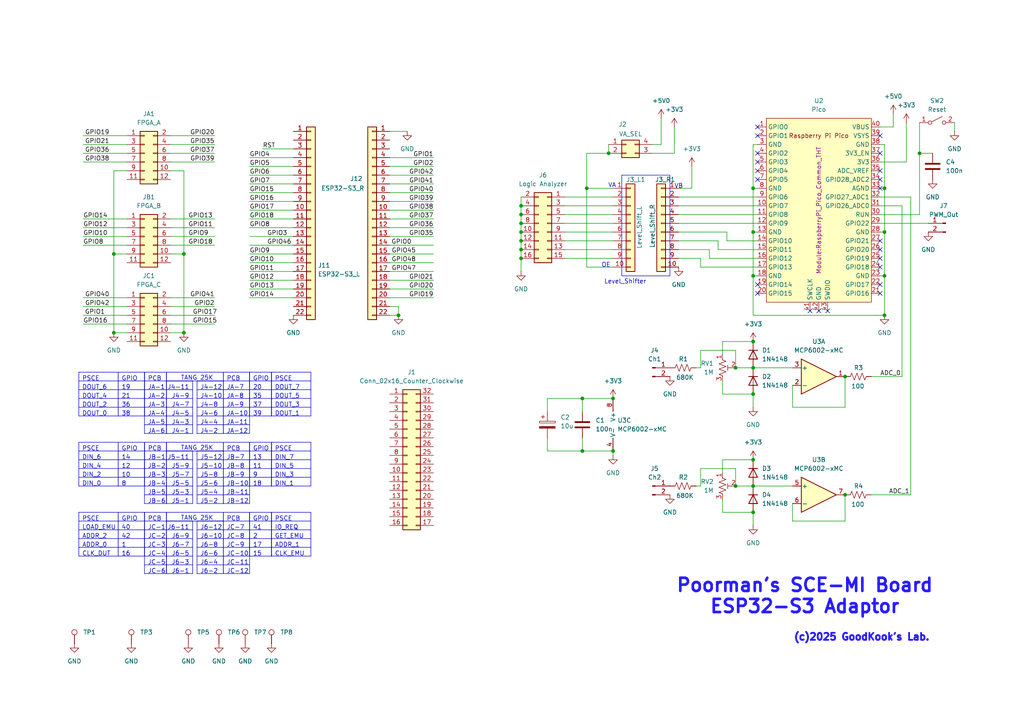
<source format=kicad_sch>
(kicad_sch (version 20250114) (generator "eeschema") (generator_version "9.0")
  (paper "A4")
  (rectangle (start 48.26 107.95) (end 64.77 110.49))
  (rectangle (start 48.26 128.27) (end 64.77 130.81))
  (rectangle (start 180.34 50.8) (end 194.31 80.01))
  (rectangle (start 48.26 148.59) (end 64.77 151.13))
  (text "OE" (at 175.768 76.962 0) (effects (font (size 1.27 1.27))))
  (text "Poorman's SCE-MI Board\nESP32-S3 Adaptor" (at 233.426 172.974 0) (effects (font (size 3.81 3.81) (thickness 0.762) (bold yes))))
  (text "TANG 25K" (at 57.15 109.728 0) (effects (font (size 1.27 1.27))))
  (text "VA" (at 177.546 53.848 0) (effects (font (size 1.27 1.27))))
  (text "TANG 25K" (at 57.15 150.368 0) (effects (font (size 1.27 1.27))))
  (text "VB" (at 196.85 54.102 0) (effects (font (size 1.27 1.27))))
  (text "(c)2025 GoodKook's Lab." (at 249.936 184.912 0) (effects (font (size 2.032 2.032) (thickness 0.762) (bold yes))))
  (text "TANG 25K" (at 57.15 130.048 0) (effects (font (size 1.27 1.27))))
  (text "Level_Shifter" (at 181.356 81.788 0) (effects (font (size 1.27 1.27))))
  (junction (at 266.7 44.45))
  (junction (at 151.13 62.23))
  (junction (at 256.54 54.61))
  (junction (at 33.02 73.66))
  (junction (at 151.13 69.85))
  (junction (at 53.34 73.66))
  (junction (at 218.44 133.35))
  (junction (at 168.91 130.81))
  (junction (at 245.11 143.51))
  (junction (at 33.02 96.52))
  (junction (at 256.54 67.31))
  (junction (at 213.36 140.97))
  (junction (at 218.44 106.68))
  (junction (at 218.44 80.01))
  (junction (at 213.36 106.68))
  (junction (at 177.8 130.81))
  (junction (at 176.53 44.45))
  (junction (at 256.54 91.44))
  (junction (at 218.44 114.3))
  (junction (at 151.13 67.31))
  (junction (at 151.13 72.39))
  (junction (at 218.44 140.97))
  (junction (at 151.13 74.93))
  (junction (at 151.13 59.69))
  (junction (at 151.13 64.77))
  (junction (at 115.57 91.44))
  (junction (at 218.44 148.59))
  (junction (at 218.44 67.31))
  (junction (at 177.8 115.57))
  (junction (at 218.44 99.06))
  (junction (at 170.18 54.61))
  (junction (at 256.54 80.01))
  (junction (at 245.11 109.22))
  (junction (at 168.91 115.57))
  (junction (at 218.44 54.61))
  (junction (at 53.34 96.52))
  (no_connect (at 237.49 90.17))
  (no_connect (at 219.71 39.37))
  (no_connect (at 255.27 69.85))
  (no_connect (at 255.27 39.37))
  (no_connect (at 255.27 74.93))
  (no_connect (at 255.27 49.53))
  (no_connect (at 219.71 82.55))
  (no_connect (at 219.71 36.83))
  (no_connect (at 255.27 54.61))
  (no_connect (at 255.27 82.55))
  (no_connect (at 219.71 44.45))
  (no_connect (at 255.27 72.39))
  (no_connect (at 255.27 52.07))
  (no_connect (at 240.03 90.17))
  (no_connect (at 219.71 52.07))
  (no_connect (at 255.27 77.47))
  (no_connect (at 255.27 85.09))
  (no_connect (at 219.71 46.99))
  (no_connect (at 255.27 44.45))
  (no_connect (at 234.95 90.17))
  (no_connect (at 219.71 85.09))
  (no_connect (at 219.71 49.53))
  (wire (pts (xy 205.74 74.93) (xy 219.71 74.93)))
  (wire (pts (xy 196.85 74.93) (xy 203.2 74.93)))
  (wire (pts (xy 191.77 34.29) (xy 191.77 41.91)))
  (wire (pts (xy 72.39 45.72) (xy 85.09 45.72)))
  (wire (pts (xy 229.87 118.11) (xy 245.11 118.11)))
  (wire (pts (xy 255.27 64.77) (xy 269.24 64.77)))
  (wire (pts (xy 255.27 62.23) (xy 266.7 62.23)))
  (wire (pts (xy 177.8 77.47) (xy 170.18 77.47)))
  (wire (pts (xy 252.73 143.51) (xy 264.16 143.51)))
  (wire (pts (xy 72.39 53.34) (xy 85.09 53.34)))
  (wire (pts (xy 245.11 118.11) (xy 245.11 109.22)))
  (wire (pts (xy 209.55 114.3) (xy 218.44 114.3)))
  (wire (pts (xy 213.36 101.6) (xy 213.36 106.68)))
  (wire (pts (xy 218.44 80.01) (xy 218.44 91.44)))
  (wire (pts (xy 218.44 133.35) (xy 209.55 133.35)))
  (wire (pts (xy 36.83 49.53) (xy 33.02 49.53)))
  (wire (pts (xy 158.75 130.81) (xy 168.91 130.81)))
  (wire (pts (xy 72.39 55.88) (xy 85.09 55.88)))
  (wire (pts (xy 195.58 36.83) (xy 195.58 44.45)))
  (wire (pts (xy 62.23 66.04) (xy 49.53 66.04)))
  (wire (pts (xy 151.13 59.69) (xy 151.13 62.23)))
  (wire (pts (xy 196.85 69.85) (xy 208.28 69.85)))
  (wire (pts (xy 196.85 54.61) (xy 200.66 54.61)))
  (wire (pts (xy 210.82 67.31) (xy 210.82 69.85)))
  (wire (pts (xy 151.13 67.31) (xy 151.13 69.85)))
  (wire (pts (xy 218.44 54.61) (xy 218.44 67.31)))
  (wire (pts (xy 201.93 106.68) (xy 203.2 106.68)))
  (wire (pts (xy 203.2 74.93) (xy 203.2 77.47)))
  (wire (pts (xy 72.39 73.66) (xy 85.09 73.66)))
  (wire (pts (xy 49.53 73.66) (xy 53.34 73.66)))
  (wire (pts (xy 196.85 62.23) (xy 219.71 62.23)))
  (wire (pts (xy 163.83 64.77) (xy 177.8 64.77)))
  (wire (pts (xy 76.2 43.18) (xy 85.09 43.18)))
  (wire (pts (xy 62.23 93.98) (xy 49.53 93.98)))
  (wire (pts (xy 189.23 41.91) (xy 191.77 41.91)))
  (wire (pts (xy 218.44 67.31) (xy 219.71 67.31)))
  (wire (pts (xy 72.39 58.42) (xy 85.09 58.42)))
  (wire (pts (xy 256.54 80.01) (xy 256.54 67.31)))
  (wire (pts (xy 163.83 74.93) (xy 177.8 74.93)))
  (wire (pts (xy 203.2 106.68) (xy 203.2 101.6)))
  (wire (pts (xy 72.39 81.28) (xy 85.09 81.28)))
  (wire (pts (xy 203.2 140.97) (xy 203.2 135.89)))
  (wire (pts (xy 24.13 68.58) (xy 36.83 68.58)))
  (wire (pts (xy 218.44 99.06) (xy 209.55 99.06)))
  (wire (pts (xy 62.23 39.37) (xy 49.53 39.37)))
  (wire (pts (xy 255.27 80.01) (xy 256.54 80.01)))
  (wire (pts (xy 219.71 41.91) (xy 218.44 41.91)))
  (wire (pts (xy 229.87 106.68) (xy 218.44 106.68)))
  (wire (pts (xy 196.85 72.39) (xy 205.74 72.39)))
  (wire (pts (xy 203.2 101.6) (xy 213.36 101.6)))
  (wire (pts (xy 196.85 67.31) (xy 210.82 67.31)))
  (wire (pts (xy 115.57 88.9) (xy 115.57 91.44)))
  (wire (pts (xy 218.44 118.11) (xy 218.44 114.3)))
  (wire (pts (xy 49.53 96.52) (xy 53.34 96.52)))
  (wire (pts (xy 189.23 44.45) (xy 195.58 44.45)))
  (wire (pts (xy 168.91 130.81) (xy 177.8 130.81)))
  (wire (pts (xy 62.23 68.58) (xy 49.53 68.58)))
  (wire (pts (xy 218.44 91.44) (xy 256.54 91.44)))
  (wire (pts (xy 24.13 46.99) (xy 36.83 46.99)))
  (wire (pts (xy 151.13 72.39) (xy 151.13 74.93)))
  (wire (pts (xy 218.44 67.31) (xy 218.44 80.01)))
  (wire (pts (xy 255.27 57.15) (xy 264.16 57.15)))
  (wire (pts (xy 209.55 144.78) (xy 209.55 148.59)))
  (wire (pts (xy 62.23 41.91) (xy 49.53 41.91)))
  (wire (pts (xy 163.83 67.31) (xy 177.8 67.31)))
  (wire (pts (xy 24.13 41.91) (xy 36.83 41.91)))
  (wire (pts (xy 125.73 71.12) (xy 113.03 71.12)))
  (wire (pts (xy 218.44 41.91) (xy 218.44 54.61)))
  (wire (pts (xy 168.91 115.57) (xy 177.8 115.57)))
  (wire (pts (xy 196.85 64.77) (xy 219.71 64.77)))
  (wire (pts (xy 255.27 59.69) (xy 261.62 59.69)))
  (wire (pts (xy 62.23 44.45) (xy 49.53 44.45)))
  (wire (pts (xy 151.13 64.77) (xy 151.13 67.31)))
  (wire (pts (xy 255.27 67.31) (xy 256.54 67.31)))
  (wire (pts (xy 256.54 67.31) (xy 256.54 54.61)))
  (wire (pts (xy 24.13 71.12) (xy 36.83 71.12)))
  (wire (pts (xy 125.73 58.42) (xy 113.03 58.42)))
  (wire (pts (xy 53.34 49.53) (xy 49.53 49.53)))
  (wire (pts (xy 158.75 127) (xy 158.75 130.81)))
  (wire (pts (xy 125.73 45.72) (xy 113.03 45.72)))
  (wire (pts (xy 72.39 50.8) (xy 85.09 50.8)))
  (wire (pts (xy 24.13 39.37) (xy 36.83 39.37)))
  (wire (pts (xy 125.73 73.66) (xy 113.03 73.66)))
  (wire (pts (xy 151.13 74.93) (xy 151.13 78.74)))
  (wire (pts (xy 229.87 151.13) (xy 245.11 151.13)))
  (wire (pts (xy 266.7 44.45) (xy 270.51 44.45)))
  (wire (pts (xy 176.53 41.91) (xy 176.53 44.45)))
  (wire (pts (xy 113.03 91.44) (xy 115.57 91.44)))
  (wire (pts (xy 151.13 57.15) (xy 151.13 59.69)))
  (wire (pts (xy 24.13 63.5) (xy 36.83 63.5)))
  (wire (pts (xy 72.39 71.12) (xy 85.09 71.12)))
  (wire (pts (xy 72.39 60.96) (xy 85.09 60.96)))
  (wire (pts (xy 276.86 35.56) (xy 276.86 38.1)))
  (wire (pts (xy 218.44 80.01) (xy 219.71 80.01)))
  (wire (pts (xy 125.73 81.28) (xy 113.03 81.28)))
  (wire (pts (xy 62.23 46.99) (xy 49.53 46.99)))
  (wire (pts (xy 125.73 86.36) (xy 113.03 86.36)))
  (wire (pts (xy 218.44 140.97) (xy 213.36 140.97)))
  (wire (pts (xy 53.34 96.52) (xy 53.34 73.66)))
  (wire (pts (xy 209.55 110.49) (xy 209.55 114.3)))
  (wire (pts (xy 62.23 88.9) (xy 49.53 88.9)))
  (wire (pts (xy 72.39 86.36) (xy 85.09 86.36)))
  (wire (pts (xy 33.02 96.52) (xy 36.83 96.52)))
  (wire (pts (xy 62.23 91.44) (xy 49.53 91.44)))
  (wire (pts (xy 163.83 57.15) (xy 177.8 57.15)))
  (wire (pts (xy 62.23 63.5) (xy 49.53 63.5)))
  (wire (pts (xy 266.7 35.56) (xy 266.7 44.45)))
  (wire (pts (xy 158.75 119.38) (xy 158.75 115.57)))
  (wire (pts (xy 158.75 115.57) (xy 168.91 115.57)))
  (wire (pts (xy 72.39 78.74) (xy 85.09 78.74)))
  (wire (pts (xy 125.73 60.96) (xy 113.03 60.96)))
  (wire (pts (xy 33.02 49.53) (xy 33.02 73.66)))
  (wire (pts (xy 163.83 62.23) (xy 177.8 62.23)))
  (wire (pts (xy 72.39 63.5) (xy 85.09 63.5)))
  (wire (pts (xy 168.91 115.57) (xy 168.91 119.38)))
  (wire (pts (xy 208.28 72.39) (xy 219.71 72.39)))
  (wire (pts (xy 218.44 106.68) (xy 213.36 106.68)))
  (wire (pts (xy 125.73 76.2) (xy 113.03 76.2)))
  (wire (pts (xy 255.27 54.61) (xy 256.54 54.61)))
  (wire (pts (xy 170.18 54.61) (xy 177.8 54.61)))
  (wire (pts (xy 205.74 72.39) (xy 205.74 74.93)))
  (wire (pts (xy 203.2 77.47) (xy 219.71 77.47)))
  (wire (pts (xy 163.83 69.85) (xy 177.8 69.85)))
  (wire (pts (xy 125.73 55.88) (xy 113.03 55.88)))
  (wire (pts (xy 203.2 135.89) (xy 213.36 135.89)))
  (wire (pts (xy 209.55 99.06) (xy 209.55 102.87)))
  (wire (pts (xy 24.13 93.98) (xy 36.83 93.98)))
  (wire (pts (xy 177.8 132.08) (xy 177.8 130.81)))
  (wire (pts (xy 255.27 46.99) (xy 262.89 46.99)))
  (wire (pts (xy 209.55 133.35) (xy 209.55 137.16)))
  (wire (pts (xy 125.73 53.34) (xy 113.03 53.34)))
  (wire (pts (xy 125.73 48.26) (xy 113.03 48.26)))
  (wire (pts (xy 229.87 146.05) (xy 229.87 151.13)))
  (wire (pts (xy 125.73 68.58) (xy 113.03 68.58)))
  (wire (pts (xy 151.13 69.85) (xy 151.13 72.39)))
  (wire (pts (xy 72.39 66.04) (xy 85.09 66.04)))
  (wire (pts (xy 256.54 41.91) (xy 255.27 41.91)))
  (wire (pts (xy 201.93 140.97) (xy 203.2 140.97)))
  (wire (pts (xy 208.28 69.85) (xy 208.28 72.39)))
  (wire (pts (xy 170.18 54.61) (xy 170.18 77.47)))
  (wire (pts (xy 72.39 76.2) (xy 85.09 76.2)))
  (wire (pts (xy 209.55 148.59) (xy 218.44 148.59)))
  (wire (pts (xy 200.66 48.26) (xy 200.66 54.61)))
  (wire (pts (xy 125.73 63.5) (xy 113.03 63.5)))
  (wire (pts (xy 62.23 71.12) (xy 49.53 71.12)))
  (wire (pts (xy 218.44 54.61) (xy 219.71 54.61)))
  (wire (pts (xy 252.73 109.22) (xy 261.62 109.22)))
  (wire (pts (xy 245.11 151.13) (xy 245.11 143.51)))
  (wire (pts (xy 218.44 152.4) (xy 218.44 148.59)))
  (wire (pts (xy 125.73 50.8) (xy 113.03 50.8)))
  (wire (pts (xy 163.83 72.39) (xy 177.8 72.39)))
  (wire (pts (xy 163.83 59.69) (xy 177.8 59.69)))
  (wire (pts (xy 125.73 78.74) (xy 113.03 78.74)))
  (wire (pts (xy 72.39 68.58) (xy 85.09 68.58)))
  (wire (pts (xy 256.54 91.44) (xy 256.54 80.01)))
  (wire (pts (xy 72.39 83.82) (xy 85.09 83.82)))
  (wire (pts (xy 72.39 48.26) (xy 85.09 48.26)))
  (wire (pts (xy 24.13 88.9) (xy 36.83 88.9)))
  (wire (pts (xy 213.36 135.89) (xy 213.36 140.97)))
  (wire (pts (xy 266.7 44.45) (xy 266.7 62.23)))
  (wire (pts (xy 24.13 44.45) (xy 36.83 44.45)))
  (wire (pts (xy 170.18 44.45) (xy 176.53 44.45)))
  (wire (pts (xy 33.02 73.66) (xy 33.02 96.52)))
  (wire (pts (xy 261.62 59.69) (xy 261.62 109.22)))
  (wire (pts (xy 170.18 44.45) (xy 170.18 54.61)))
  (wire (pts (xy 262.89 35.56) (xy 262.89 46.99)))
  (wire (pts (xy 113.03 88.9) (xy 115.57 88.9)))
  (wire (pts (xy 229.87 111.76) (xy 229.87 118.11)))
  (wire (pts (xy 24.13 66.04) (xy 36.83 66.04)))
  (wire (pts (xy 196.85 59.69) (xy 219.71 59.69)))
  (wire (pts (xy 210.82 69.85) (xy 219.71 69.85)))
  (wire (pts (xy 229.87 140.97) (xy 218.44 140.97)))
  (wire (pts (xy 196.85 57.15) (xy 219.71 57.15)))
  (wire (pts (xy 151.13 62.23) (xy 151.13 64.77)))
  (wire (pts (xy 62.23 86.36) (xy 49.53 86.36)))
  (wire (pts (xy 113.03 38.1) (xy 118.11 38.1)))
  (wire (pts (xy 24.13 86.36) (xy 36.83 86.36)))
  (wire (pts (xy 264.16 57.15) (xy 264.16 143.51)))
  (wire (pts (xy 256.54 54.61) (xy 256.54 41.91)))
  (wire (pts (xy 255.27 36.83) (xy 259.08 36.83)))
  (wire (pts (xy 168.91 127) (xy 168.91 130.81)))
  (wire (pts (xy 125.73 66.04) (xy 113.03 66.04)))
  (wire (pts (xy 259.08 33.02) (xy 259.08 36.83)))
  (wire (pts (xy 24.13 91.44) (xy 36.83 91.44)))
  (wire (pts (xy 33.02 73.66) (xy 36.83 73.66)))
  (wire (pts (xy 125.73 83.82) (xy 113.03 83.82)))
  (wire (pts (xy 53.34 73.66) (xy 53.34 49.53)))
  (table (column_count 1) (border (external yes) (header yes)) (separators (rows yes) (cols yes)) (column_widths 7.62) (row_heights 2.54 2.54 2.54 2.54 2.54) (cells (table_cell "GPIO" (at 34.29 128.27 0) (size 7.62 2.54) (margins 0.9525 0.9525 0.9525 0.9525) (span 1 1)) (table_cell "14" (at 34.29 130.81 0) (size 7.62 2.54) (margins 0.9525 0.9525 0.9525 0.9525) (span 1 1)) (table_cell "12" (at 34.29 133.35 0) (size 7.62 2.54) (margins 0.9525 0.9525 0.9525 0.9525) (span 1 1)) (table_cell "10" (at 34.29 135.89 0) (size 7.62 2.54) (margins 0.9525 0.9525 0.9525 0.9525) (span 1 1)) (table_cell "8" (at 34.29 138.43 0) (size 7.62 2.54) (margins 0.9525 0.9525 0.9525 0.9525) (span 1 1))))
  (table (column_count 1) (border (external yes) (header yes)) (separators (rows yes) (cols yes)) (column_widths 7.62) (row_heights 2.54 2.54 2.54 2.54 2.54 2.54) (cells (table_cell "J4-11" (at 48.26 110.49 0) (size 7.62 2.54) (margins 0.9525 0.9525 0.9525 0.9525) (span 1 1)) (table_cell "J4-9" (at 48.26 113.03 0) (size 7.62 2.54) (margins 0.9525 0.9525 0.9525 0.9525) (span 1 1)) (table_cell "J4-7" (at 48.26 115.57 0) (size 7.62 2.54) (margins 0.9525 0.9525 0.9525 0.9525) (span 1 1)) (table_cell "J4-5" (at 48.26 118.11 0) (size 7.62 2.54) (margins 0.9525 0.9525 0.9525 0.9525) (span 1 1)) (table_cell "J4-3" (at 48.26 120.65 0) (size 7.62 2.54) (margins 0.9525 0.9525 0.9525 0.9525) (span 1 1)) (table_cell "J4-1" (at 48.26 123.19 0) (size 7.62 2.54) (margins 0.9525 0.9525 0.9525 0.9525) (span 1 1))))
  (table (column_count 1) (border (external yes) (header yes)) (separators (rows yes) (cols yes)) (column_widths 6.35) (row_heights 2.54 2.54 2.54 2.54 2.54) (cells (table_cell "GPIO" (at 72.39 148.59 0) (size 6.35 2.54) (margins 0.9525 0.9525 0.9525 0.9525) (span 1 1)) (table_cell "41" (at 72.39 151.13 0) (size 6.35 2.54) (margins 0.9525 0.9525 0.9525 0.9525) (span 1 1)) (table_cell "2" (at 72.39 153.67 0) (size 6.35 2.54) (margins 0.9525 0.9525 0.9525 0.9525) (span 1 1)) (table_cell "17" (at 72.39 156.21 0) (size 6.35 2.54) (margins 0.9525 0.9525 0.9525 0.9525) (span 1 1)) (table_cell "15" (at 72.39 158.75 0) (size 6.35 2.54) (margins 0.9525 0.9525 0.9525 0.9525) (span 1 1))))
  (table (column_count 1) (border (external yes) (header yes)) (separators (rows yes) (cols yes)) (column_widths 7.62) (row_heights 2.54 2.54 2.54 2.54 2.54) (cells (table_cell "GPIO" (at 34.29 107.95 0) (size 7.62 2.54) (margins 0.9525 0.9525 0.9525 0.9525) (span 1 1)) (table_cell "19" (at 34.29 110.49 0) (size 7.62 2.54) (margins 0.9525 0.9525 0.9525 0.9525) (span 1 1)) (table_cell "21" (at 34.29 113.03 0) (size 7.62 2.54) (margins 0.9525 0.9525 0.9525 0.9525) (span 1 1)) (table_cell "36" (at 34.29 115.57 0) (size 7.62 2.54) (margins 0.9525 0.9525 0.9525 0.9525) (span 1 1)) (table_cell "38" (at 34.29 118.11 0) (size 7.62 2.54) (margins 0.9525 0.9525 0.9525 0.9525) (span 1 1))))
  (table (column_count 1) (border (external yes) (header yes)) (separators (rows yes) (cols yes)) (column_widths 6.35) (row_heights 2.54 2.54 2.54 2.54 2.54 2.54 2.54) (cells (table_cell "PCB" (at 41.91 107.95 0) (size 6.35 2.54) (margins 0.9525 0.9525 0.9525 0.9525) (span 1 1)) (table_cell "JA-1" (at 41.91 110.49 0) (size 6.35 2.54) (margins 0.9525 0.9525 0.9525 0.9525) (span 1 1)) (table_cell "JA-2" (at 41.91 113.03 0) (size 6.35 2.54) (margins 0.9525 0.9525 0.9525 0.9525) (span 1 1)) (table_cell "JA-3" (at 41.91 115.57 0) (size 6.35 2.54) (margins 0.9525 0.9525 0.9525 0.9525) (span 1 1)) (table_cell "JA-4" (at 41.91 118.11 0) (size 6.35 2.54) (margins 0.9525 0.9525 0.9525 0.9525) (span 1 1)) (table_cell "JA-5" (at 41.91 120.65 0) (size 6.35 2.54) (margins 0.9525 0.9525 0.9525 0.9525) (span 1 1)) (table_cell "JA-6" (at 41.91 123.19 0) (size 6.35 2.54) (margins 0.9525 0.9525 0.9525 0.9525) (span 1 1))))
  (table (column_count 1) (border (external yes) (header yes)) (separators (rows yes) (cols yes)) (column_widths 11.43) (row_heights 2.54 2.54 2.54 2.54 2.54) (cells (table_cell "PSCE" (at 78.74 128.27 0) (size 11.43 2.54) (margins 0.9525 0.9525 0.9525 0.9525) (span 1 1)) (table_cell "DIN_7" (at 78.74 130.81 0) (size 11.43 2.54) (margins 0.9525 0.9525 0.9525 0.9525) (span 1 1)) (table_cell "DIN_5" (at 78.74 133.35 0) (size 11.43 2.54) (margins 0.9525 0.9525 0.9525 0.9525) (span 1 1)) (table_cell "DIN_3" (at 78.74 135.89 0) (size 11.43 2.54) (margins 0.9525 0.9525 0.9525 0.9525) (span 1 1)) (table_cell "DIN_1" (at 78.74 138.43 0) (size 11.43 2.54) (margins 0.9525 0.9525 0.9525 0.9525) (span 1 1))))
  (table (column_count 1) (border (external yes) (header yes)) (separators (rows yes) (cols yes)) (column_widths 7.62) (row_heights 2.54 2.54 2.54 2.54 2.54 2.54) (cells (table_cell "J6-12" (at 57.15 151.13 0) (size 7.62 2.54) (margins 0.9525 0.9525 0.9525 0.9525) (span 1 1)) (table_cell "J6-10" (at 57.15 153.67 0) (size 7.62 2.54) (margins 0.9525 0.9525 0.9525 0.9525) (span 1 1)) (table_cell "J6-8" (at 57.15 156.21 0) (size 7.62 2.54) (margins 0.9525 0.9525 0.9525 0.9525) (span 1 1)) (table_cell "J6-6" (at 57.15 158.75 0) (size 7.62 2.54) (margins 0.9525 0.9525 0.9525 0.9525) (span 1 1)) (table_cell "J6-4" (at 57.15 161.29 0) (size 7.62 2.54) (margins 0.9525 0.9525 0.9525 0.9525) (span 1 1)) (table_cell "J6-2" (at 57.15 163.83 0) (size 7.62 2.54) (margins 0.9525 0.9525 0.9525 0.9525) (span 1 1))))
  (table (column_count 1) (border (external yes) (header yes)) (separators (rows yes) (cols yes)) (column_widths 7.62) (row_heights 2.54 2.54 2.54 2.54 2.54 2.54) (cells (table_cell "J4-12" (at 57.15 110.49 0) (size 7.62 2.54) (margins 0.9525 0.9525 0.9525 0.9525) (span 1 1)) (table_cell "J4-10" (at 57.15 113.03 0) (size 7.62 2.54) (margins 0.9525 0.9525 0.9525 0.9525) (span 1 1)) (table_cell "J4-8" (at 57.15 115.57 0) (size 7.62 2.54) (margins 0.9525 0.9525 0.9525 0.9525) (span 1 1)) (table_cell "J4-6" (at 57.15 118.11 0) (size 7.62 2.54) (margins 0.9525 0.9525 0.9525 0.9525) (span 1 1)) (table_cell "J4-4" (at 57.15 120.65 0) (size 7.62 2.54) (margins 0.9525 0.9525 0.9525 0.9525) (span 1 1)) (table_cell "J4-2" (at 57.15 123.19 0) (size 7.62 2.54) (margins 0.9525 0.9525 0.9525 0.9525) (span 1 1))))
  (table (column_count 1) (border (external yes) (header yes)) (separators (rows yes) (cols yes)) (column_widths 6.35) (row_heights 2.54 2.54 2.54 2.54 2.54 2.54 2.54) (cells (table_cell "PCB" (at 41.91 128.27 0) (size 6.35 2.54) (margins 0.9525 0.9525 0.9525 0.9525) (span 1 1)) (table_cell "JB-1" (at 41.91 130.81 0) (size 6.35 2.54) (margins 0.9525 0.9525 0.9525 0.9525) (span 1 1)) (table_cell "JB-2" (at 41.91 133.35 0) (size 6.35 2.54) (margins 0.9525 0.9525 0.9525 0.9525) (span 1 1)) (table_cell "JB-3" (at 41.91 135.89 0) (size 6.35 2.54) (margins 0.9525 0.9525 0.9525 0.9525) (span 1 1)) (table_cell "JB-4" (at 41.91 138.43 0) (size 6.35 2.54) (margins 0.9525 0.9525 0.9525 0.9525) (span 1 1)) (table_cell "JB-5" (at 41.91 140.97 0) (size 6.35 2.54) (margins 0.9525 0.9525 0.9525 0.9525) (span 1 1)) (table_cell "JB-6" (at 41.91 143.51 0) (size 6.35 2.54) (margins 0.9525 0.9525 0.9525 0.9525) (span 1 1))))
  (table (column_count 1) (border (external yes) (header yes)) (separators (rows yes) (cols yes)) (column_widths 7.62) (row_heights 2.54 2.54 2.54 2.54 2.54 2.54 2.54) (cells (table_cell "PCB" (at 64.77 107.95 0) (size 7.62 2.54) (margins 0.9525 0.9525 0.9525 0.9525) (span 1 1)) (table_cell "JA-7" (at 64.77 110.49 0) (size 7.62 2.54) (margins 0.9525 0.9525 0.9525 0.9525) (span 1 1)) (table_cell "JA-8" (at 64.77 113.03 0) (size 7.62 2.54) (margins 0.9525 0.9525 0.9525 0.9525) (span 1 1)) (table_cell "JA-9" (at 64.77 115.57 0) (size 7.62 2.54) (margins 0.9525 0.9525 0.9525 0.9525) (span 1 1)) (table_cell "JA-10" (at 64.77 118.11 0) (size 7.62 2.54) (margins 0.9525 0.9525 0.9525 0.9525) (span 1 1)) (table_cell "JA-11" (at 64.77 120.65 0) (size 7.62 2.54) (margins 0.9525 0.9525 0.9525 0.9525) (span 1 1)) (table_cell "JA-12" (at 64.77 123.19 0) (size 7.62 2.54) (margins 0.9525 0.9525 0.9525 0.9525) (span 1 1))))
  (table (column_count 1) (border (external yes) (header yes)) (separators (rows yes) (cols yes)) (column_widths 7.62) (row_heights 2.54 2.54 2.54 2.54 2.54 2.54 2.54) (cells (table_cell "PCB" (at 64.77 128.27 0) (size 7.62 2.54) (margins 0.9525 0.9525 0.9525 0.9525) (span 1 1)) (table_cell "JB-7" (at 64.77 130.81 0) (size 7.62 2.54) (margins 0.9525 0.9525 0.9525 0.9525) (span 1 1)) (table_cell "JB-8" (at 64.77 133.35 0) (size 7.62 2.54) (margins 0.9525 0.9525 0.9525 0.9525) (span 1 1)) (table_cell "JB-9" (at 64.77 135.89 0) (size 7.62 2.54) (margins 0.9525 0.9525 0.9525 0.9525) (span 1 1)) (table_cell "JB-10" (at 64.77 138.43 0) (size 7.62 2.54) (margins 0.9525 0.9525 0.9525 0.9525) (span 1 1)) (table_cell "JB-11" (at 64.77 140.97 0) (size 7.62 2.54) (margins 0.9525 0.9525 0.9525 0.9525) (span 1 1)) (table_cell "JB-12" (at 64.77 143.51 0) (size 7.62 2.54) (margins 0.9525 0.9525 0.9525 0.9525) (span 1 1))))
  (table (column_count 1) (border (external yes) (header yes)) (separators (rows yes) (cols yes)) (column_widths 6.35) (row_heights 2.54 2.54 2.54 2.54 2.54 2.54 2.54) (cells (table_cell "PCB" (at 41.91 148.59 0) (size 6.35 2.54) (margins 0.9525 0.9525 0.9525 0.9525) (span 1 1)) (table_cell "JC-1" (at 41.91 151.13 0) (size 6.35 2.54) (margins 0.9525 0.9525 0.9525 0.9525) (span 1 1)) (table_cell "JC-2" (at 41.91 153.67 0) (size 6.35 2.54) (margins 0.9525 0.9525 0.9525 0.9525) (span 1 1)) (table_cell "JC-3" (at 41.91 156.21 0) (size 6.35 2.54) (margins 0.9525 0.9525 0.9525 0.9525) (span 1 1)) (table_cell "JC-4" (at 41.91 158.75 0) (size 6.35 2.54) (margins 0.9525 0.9525 0.9525 0.9525) (span 1 1)) (table_cell "JC-5" (at 41.91 161.29 0) (size 6.35 2.54) (margins 0.9525 0.9525 0.9525 0.9525) (span 1 1)) (table_cell "JC-6" (at 41.91 163.83 0) (size 6.35 2.54) (margins 0.9525 0.9525 0.9525 0.9525) (span 1 1))))
  (table (column_count 1) (border (external yes) (header yes)) (separators (rows yes) (cols yes)) (column_widths 7.62) (row_heights 2.54 2.54 2.54 2.54 2.54 2.54) (cells (table_cell "J5-11" (at 48.26 130.81 0) (size 7.62 2.54) (margins 0.9525 0.9525 0.9525 0.9525) (span 1 1)) (table_cell "J5-9" (at 48.26 133.35 0) (size 7.62 2.54) (margins 0.9525 0.9525 0.9525 0.9525) (span 1 1)) (table_cell "J5-7" (at 48.26 135.89 0) (size 7.62 2.54) (margins 0.9525 0.9525 0.9525 0.9525) (span 1 1)) (table_cell "J5-5" (at 48.26 138.43 0) (size 7.62 2.54) (margins 0.9525 0.9525 0.9525 0.9525) (span 1 1)) (table_cell "J5-3" (at 48.26 140.97 0) (size 7.62 2.54) (margins 0.9525 0.9525 0.9525 0.9525) (span 1 1)) (table_cell "J5-1" (at 48.26 143.51 0) (size 7.62 2.54) (margins 0.9525 0.9525 0.9525 0.9525) (span 1 1))))
  (table (column_count 1) (border (external yes) (header yes)) (separators (rows yes) (cols yes)) (column_widths 11.43) (row_heights 2.54 2.54 2.54 2.54 2.54) (cells (table_cell "PSCE" (at 78.74 107.95 0) (size 11.43 2.54) (margins 0.9525 0.9525 0.9525 0.9525) (span 1 1)) (table_cell "DOUT_7" (at 78.74 110.49 0) (size 11.43 2.54) (margins 0.9525 0.9525 0.9525 0.9525) (span 1 1)) (table_cell "DOUT_5" (at 78.74 113.03 0) (size 11.43 2.54) (margins 0.9525 0.9525 0.9525 0.9525) (span 1 1)) (table_cell "DOUT_3" (at 78.74 115.57 0) (size 11.43 2.54) (margins 0.9525 0.9525 0.9525 0.9525) (span 1 1)) (table_cell "DOUT_1" (at 78.74 118.11 0) (size 11.43 2.54) (margins 0.9525 0.9525 0.9525 0.9525) (span 1 1))))
  (table (column_count 1) (border (external yes) (header yes)) (separators (rows yes) (cols yes)) (column_widths 7.62) (row_heights 2.54 2.54 2.54 2.54 2.54) (cells (table_cell "GPIO" (at 34.29 148.59 0) (size 7.62 2.54) (margins 0.9525 0.9525 0.9525 0.9525) (span 1 1)) (table_cell "40" (at 34.29 151.13 0) (size 7.62 2.54) (margins 0.9525 0.9525 0.9525 0.9525) (span 1 1)) (table_cell "42" (at 34.29 153.67 0) (size 7.62 2.54) (margins 0.9525 0.9525 0.9525 0.9525) (span 1 1)) (table_cell "1" (at 34.29 156.21 0) (size 7.62 2.54) (margins 0.9525 0.9525 0.9525 0.9525) (span 1 1)) (table_cell "16" (at 34.29 158.75 0) (size 7.62 2.54) (margins 0.9525 0.9525 0.9525 0.9525) (span 1 1))))
  (table (column_count 1) (border (external yes) (header yes)) (separators (rows yes) (cols yes)) (column_widths 11.43) (row_heights 2.54 2.54 2.54 2.54 2.54) (cells (table_cell "PSCE" (at 78.74 148.59 0) (size 11.43 2.54) (margins 0.9525 0.9525 0.9525 0.9525) (span 1 1)) (table_cell "IO_REQ" (at 78.74 151.13 0) (size 11.43 2.54) (margins 0.9525 0.9525 0.9525 0.9525) (span 1 1)) (table_cell "GET_EMU" (at 78.74 153.67 0) (size 11.43 2.54) (margins 0.9525 0.9525 0.9525 0.9525) (span 1 1)) (table_cell "ADDR_1" (at 78.74 156.21 0) (size 11.43 2.54) (margins 0.9525 0.9525 0.9525 0.9525) (span 1 1)) (table_cell "CLK_EMU" (at 78.74 158.75 0) (size 11.43 2.54) (margins 0.9525 0.9525 0.9525 0.9525) (span 1 1))))
  (table (column_count 1) (border (external yes) (header yes)) (separators (rows yes) (cols yes)) (column_widths 11.43) (row_heights 2.54 2.54 2.54 2.54 2.54) (cells (table_cell "PSCE" (at 22.86 107.95 0) (size 11.43 2.54) (margins 0.9525 0.9525 0.9525 0.9525) (span 1 1)) (table_cell "DOUT_6" (at 22.86 110.49 0) (size 11.43 2.54) (margins 0.9525 0.9525 0.9525 0.9525) (span 1 1)) (table_cell "DOUT_4" (at 22.86 113.03 0) (size 11.43 2.54) (margins 0.9525 0.9525 0.9525 0.9525) (span 1 1)) (table_cell "DOUT_2" (at 22.86 115.57 0) (size 11.43 2.54) (margins 0.9525 0.9525 0.9525 0.9525) (span 1 1)) (table_cell "DOUT_0" (at 22.86 118.11 0) (size 11.43 2.54) (margins 0.9525 0.9525 0.9525 0.9525) (span 1 1))))
  (table (column_count 1) (border (external yes) (header yes)) (separators (rows yes) (cols yes)) (column_widths 6.35) (row_heights 2.54 2.54 2.54 2.54 2.54) (cells (table_cell "GPIO" (at 72.39 107.95 0) (size 6.35 2.54) (margins 0.9525 0.9525 0.9525 0.9525) (span 1 1)) (table_cell "20" (at 72.39 110.49 0) (size 6.35 2.54) (margins 0.9525 0.9525 0.9525 0.9525) (span 1 1)) (table_cell "35" (at 72.39 113.03 0) (size 6.35 2.54) (margins 0.9525 0.9525 0.9525 0.9525) (span 1 1)) (table_cell "37" (at 72.39 115.57 0) (size 6.35 2.54) (margins 0.9525 0.9525 0.9525 0.9525) (span 1 1)) (table_cell "39" (at 72.39 118.11 0) (size 6.35 2.54) (margins 0.9525 0.9525 0.9525 0.9525) (span 1 1))))
  (table (column_count 1) (border (external yes) (header yes)) (separators (rows yes) (cols yes)) (column_widths 11.43) (row_heights 2.54 2.54 2.54 2.54 2.54) (cells (table_cell "PSCE" (at 22.86 128.27 0) (size 11.43 2.54) (margins 0.9525 0.9525 0.9525 0.9525) (span 1 1)) (table_cell "DIN_6" (at 22.86 130.81 0) (size 11.43 2.54) (margins 0.9525 0.9525 0.9525 0.9525) (span 1 1)) (table_cell "DIN_4" (at 22.86 133.35 0) (size 11.43 2.54) (margins 0.9525 0.9525 0.9525 0.9525) (span 1 1)) (table_cell "DIN_2" (at 22.86 135.89 0) (size 11.43 2.54) (margins 0.9525 0.9525 0.9525 0.9525) (span 1 1)) (table_cell "DIN_0" (at 22.86 138.43 0) (size 11.43 2.54) (margins 0.9525 0.9525 0.9525 0.9525) (span 1 1))))
  (table (column_count 1) (border (external yes) (header yes)) (separators (rows yes) (cols yes)) (column_widths 6.35) (row_heights 2.54 2.54 2.54 2.54 2.54) (cells (table_cell "GPIO" (at 72.39 128.27 0) (size 6.35 2.54) (margins 0.9525 0.9525 0.9525 0.9525) (span 1 1)) (table_cell "13" (at 72.39 130.81 0) (size 6.35 2.54) (margins 0.9525 0.9525 0.9525 0.9525) (span 1 1)) (table_cell "11" (at 72.39 133.35 0) (size 6.35 2.54) (margins 0.9525 0.9525 0.9525 0.9525) (span 1 1)) (table_cell "9" (at 72.39 135.89 0) (size 6.35 2.54) (margins 0.9525 0.9525 0.9525 0.9525) (span 1 1)) (table_cell "18" (at 72.39 138.43 0) (size 6.35 2.54) (margins 0.9525 0.9525 0.9525 0.9525) (span 1 1))))
  (table (column_count 1) (border (external yes) (header yes)) (separators (rows yes) (cols yes)) (column_widths 11.43) (row_heights 2.54 2.54 2.54 2.54 2.54) (cells (table_cell "PSCE" (at 22.86 148.59 0) (size 11.43 2.54) (margins 0.9525 0.9525 0.9525 0.9525) (span 1 1)) (table_cell "LOAD_EMU" (at 22.86 151.13 0) (size 11.43 2.54) (margins 0.9525 0.9525 0.9525 0.9525) (span 1 1)) (table_cell "ADDR_2" (at 22.86 153.67 0) (size 11.43 2.54) (margins 0.9525 0.9525 0.9525 0.9525) (span 1 1)) (table_cell "ADDR_0" (at 22.86 156.21 0) (size 11.43 2.54) (margins 0.9525 0.9525 0.9525 0.9525) (span 1 1)) (table_cell "CLK_DUT" (at 22.86 158.75 0) (size 11.43 2.54) (margins 0.9525 0.9525 0.9525 0.9525) (span 1 1))))
  (table (column_count 1) (border (external yes) (header yes)) (separators (rows yes) (cols yes)) (column_widths 7.62) (row_heights 2.54 2.54 2.54 2.54 2.54 2.54 2.54) (cells (table_cell "PCB" (at 64.77 148.59 0) (size 7.62 2.54) (margins 0.9525 0.9525 0.9525 0.9525) (span 1 1)) (table_cell "JC-7" (at 64.77 151.13 0) (size 7.62 2.54) (margins 0.9525 0.9525 0.9525 0.9525) (span 1 1)) (table_cell "JC-8" (at 64.77 153.67 0) (size 7.62 2.54) (margins 0.9525 0.9525 0.9525 0.9525) (span 1 1)) (table_cell "JC-9" (at 64.77 156.21 0) (size 7.62 2.54) (margins 0.9525 0.9525 0.9525 0.9525) (span 1 1)) (table_cell "JC-10" (at 64.77 158.75 0) (size 7.62 2.54) (margins 0.9525 0.9525 0.9525 0.9525) (span 1 1)) (table_cell "JC-11" (at 64.77 161.29 0) (size 7.62 2.54) (margins 0.9525 0.9525 0.9525 0.9525) (span 1 1)) (table_cell "JC-12" (at 64.77 163.83 0) (size 7.62 2.54) (margins 0.9525 0.9525 0.9525 0.9525) (span 1 1))))
  (table (column_count 1) (border (external yes) (header yes)) (separators (rows yes) (cols yes)) (column_widths 7.62) (row_heights 2.54 2.54 2.54 2.54 2.54 2.54) (cells (table_cell "J5-12" (at 57.15 130.81 0) (size 7.62 2.54) (margins 0.9525 0.9525 0.9525 0.9525) (span 1 1)) (table_cell "J5-10" (at 57.15 133.35 0) (size 7.62 2.54) (margins 0.9525 0.9525 0.9525 0.9525) (span 1 1)) (table_cell "J5-8" (at 57.15 135.89 0) (size 7.62 2.54) (margins 0.9525 0.9525 0.9525 0.9525) (span 1 1)) (table_cell "J5-6" (at 57.15 138.43 0) (size 7.62 2.54) (margins 0.9525 0.9525 0.9525 0.9525) (span 1 1)) (table_cell "J5-4" (at 57.15 140.97 0) (size 7.62 2.54) (margins 0.9525 0.9525 0.9525 0.9525) (span 1 1)) (table_cell "J5-2" (at 57.15 143.51 0) (size 7.62 2.54) (margins 0.9525 0.9525 0.9525 0.9525) (span 1 1))))
  (table (column_count 1) (border (external yes) (header yes)) (separators (rows yes) (cols yes)) (column_widths 7.62) (row_heights 2.54 2.54 2.54 2.54 2.54 2.54) (cells (table_cell "J6-11" (at 48.26 151.13 0) (size 7.62 2.54) (margins 0.9525 0.9525 0.9525 0.9525) (span 1 1)) (table_cell "J6-9" (at 48.26 153.67 0) (size 7.62 2.54) (margins 0.9525 0.9525 0.9525 0.9525) (span 1 1)) (table_cell "J6-7" (at 48.26 156.21 0) (size 7.62 2.54) (margins 0.9525 0.9525 0.9525 0.9525) (span 1 1)) (table_cell "J6-5" (at 48.26 158.75 0) (size 7.62 2.54) (margins 0.9525 0.9525 0.9525 0.9525) (span 1 1)) (table_cell "J6-3" (at 48.26 161.29 0) (size 7.62 2.54) (margins 0.9525 0.9525 0.9525 0.9525) (span 1 1)) (table_cell "J6-1" (at 48.26 163.83 0) (size 7.62 2.54) (margins 0.9525 0.9525 0.9525 0.9525) (span 1 1))))
  (label "GPIO15" (at 55.88 93.98 0))
  (label "GPIO6" (at 72.39 50.8 0))
  (label "GPIO46" (at 77.47 71.12 0))
  (label "GPIO17" (at 55.88 91.44 0))
  (label "GPIO37" (at 125.73 63.5 180))
  (label "GPIO13" (at 54.61 63.5 0))
  (label "GPIO11" (at 72.39 78.74 0))
  (label "GPIO0" (at 119.38 71.12 180))
  (label "GPIO18" (at 54.61 71.12 0))
  (label "GPIO8" (at 72.39 66.04 0))
  (label "GPIO48" (at 120.65 76.2 180))
  (label "GPIO11" (at 54.61 66.04 0))
  (label "ADC_0" (at 255.27 109.22 0))
  (label "GPIO3" (at 77.47 68.58 0))
  (label "ADC_1" (at 257.81 143.51 0))
  (label "GPIO20" (at 125.73 83.82 180))
  (label "GPIO16" (at 72.39 58.42 0))
  (label "GPIO7" (at 72.39 53.34 0))
  (label "GPIO40" (at 125.73 55.88 180))
  (label "GPIO45" (at 120.65 73.66 180))
  (label "GPIO38" (at 31.75 46.99 180))
  (label "GPIO40" (at 31.75 86.36 180))
  (label "GPIO16" (at 24.13 93.98 0))
  (label "GPIO14" (at 72.39 86.36 0))
  (label "GPIO17" (at 72.39 60.96 0))
  (label "GPIO4" (at 72.39 45.72 0))
  (label "GPIO18" (at 72.39 63.5 0))
  (label "GPIO47" (at 120.65 78.74 180))
  (label "GPIO5" (at 72.39 48.26 0))
  (label "GPIO2" (at 125.73 48.26 180))
  (label "GPIO10" (at 72.39 76.2 0))
  (label "GPIO21" (at 31.75 41.91 180))
  (label "GPIO41" (at 125.73 53.34 180))
  (label "GPIO13" (at 72.39 83.82 0))
  (label "GPIO37" (at 62.23 44.45 180))
  (label "GPIO15" (at 72.39 55.88 0))
  (label "GPIO36" (at 31.75 44.45 180))
  (label "RST" (at 76.2 43.18 0))
  (label "GPIO12" (at 72.39 81.28 0))
  (label "GPIO19" (at 125.73 86.36 180))
  (label "GPIO38" (at 125.73 60.96 180))
  (label "GPIO42" (at 125.73 50.8 180))
  (label "GPIO42" (at 31.75 88.9 180))
  (label "GPIO2" (at 62.23 88.9 180))
  (label "GPIO9" (at 72.39 73.66 0))
  (label "GPIO35" (at 125.73 68.58 180))
  (label "GPIO12" (at 24.13 66.04 0))
  (label "GPIO10" (at 24.13 68.58 0))
  (label "GPIO1" (at 30.48 91.44 180))
  (label "GPIO14" (at 24.13 63.5 0))
  (label "GPIO21" (at 125.73 81.28 180))
  (label "GPIO35" (at 62.23 41.91 180))
  (label "GPIO20" (at 62.23 39.37 180))
  (label "GPIO9" (at 54.61 68.58 0))
  (label "GPIO36" (at 125.73 66.04 180))
  (label "GPIO8" (at 24.13 71.12 0))
  (label "GPIO39" (at 125.73 58.42 180))
  (label "GPIO1" (at 125.73 45.72 180))
  (label "GPIO41" (at 62.23 86.36 180))
  (label "GPIO39" (at 62.23 46.99 180))
  (label "GPIO19" (at 31.75 39.37 180))
  (symbol (lib_id "power:GND") (at 276.86 38.1 0) (unit 1)
    (property "Reference" "#PWR17" (effects (hide yes)))
    (property "Value" "GND" (at 276.86 43.18 0))
    (property "Description" "Power symbol creates a global label with name \"GND\" , ground" (effects (hide yes)))
  )
  (symbol (lib_id "Device:C") (at 270.51 48.26 0) (unit 1)
    (property "Reference" "C4" (at 274.32 46.9899 0) (effects (justify left)))
    (property "Value" "100n" (at 274.32 49.5299 0) (effects (justify left)))
    (property "Footprint" "Capacitor_THT:C_Disc_D3.8mm_W2.6mm_P2.50mm" (effects (hide yes)))
    (property "Description" "Unpolarized capacitor" (effects (hide yes)))
  )
  (symbol (lib_id "Connector:Conn_01x02_Pin") (at 274.32 64.77 0) (mirror y) (unit 1)
    (property "Reference" "J7" (at 273.685 59.69 0))
    (property "Value" "PWM_Out" (at 273.685 62.23 0))
    (property "Footprint" "Connector_PinHeader_2.54mm:PinHeader_2x01_P2.54mm_Vertical" (effects (hide yes)))
    (property "Description" "Generic connector, single row, 01x02, script generated" (effects (hide yes)))
  )
  (symbol (lib_id "power:GND") (at 218.44 118.11 0) (unit 1)
    (property "Reference" "#PWR7" (effects (hide yes)))
    (property "Value" "GND" (at 218.44 123.19 0))
    (property "Description" "Power symbol creates a global label with name \"GND\" , ground" (effects (hide yes)))
  )
  (symbol (lib_id "Connector_Generic:Conn_02x06_Odd_Even") (at 41.91 68.58 0) (unit 1)
    (property "Reference" "JB1" (at 43.18 57.15 0))
    (property "Value" "FPGA_B" (at 43.18 59.69 0))
    (property "Footprint" "Connector_PinHeader_2.54mm:PinHeader_2x06_P2.54mm_Vertical" (effects (hide yes)))
    (property "Description" "Generic connector, double row, 02x06, odd/even pin numbering scheme (row 1 odd numbers, row 2 even numbers), script generated (kicad-library-utils/schlib/autogen/connector/)" (effects (hide yes)))
  )
  (symbol (lib_id "Amplifier_Operational:MCP6002-xMC") (at 237.49 143.51 0) (unit 2)
    (property "Reference" "U3" (at 237.49 133.35 0))
    (property "Value" "MCP6002-xMC" (at 237.49 135.89 0))
    (property "Footprint" "Package_DIP:DIP-8_W10.16mm_LongPads" (effects (hide yes)))
    (property "Datasheet" "http://ww1.microchip.com/downloads/en/DeviceDoc/21733j.pdf" (effects (hide yes)))
    (property "Description" "1MHz, Low-Power Op Amp, DFN-8" (effects (hide yes)))
  )
  (symbol (lib_id "power:GND") (at 196.85 77.47 0) (unit 1)
    (property "Reference" "#PWR019" (effects (hide yes)))
    (property "Value" "GND" (at 196.85 82.55 0))
    (property "Description" "Power symbol creates a global label with name \"GND\" , ground" (effects (hide yes)))
  )
  (symbol (lib_id "power:GND") (at 194.31 109.22 0) (unit 1)
    (property "Reference" "#PWR8" (effects (hide yes)))
    (property "Value" "GND" (at 194.31 114.3 0))
    (property "Description" "Power symbol creates a global label with name \"GND\" , ground" (effects (hide yes)))
  )
  (symbol (lib_id "Connector:TestPoint") (at 63.5 186.69 0) (unit 1)
    (property "Reference" "TP6" (at 66.04 183.3879 0) (effects (justify left)))
    (property "Value" "Mounting Hole" (effects (hide yes)))
    (property "Footprint" "MountingHole:MountingHole_3.2mm_M3" (effects (hide yes)))
    (property "Description" "test point" (effects (hide yes)))
  )
  (symbol (lib_id "power:GND") (at 53.34 96.52 0) (unit 1)
    (property "Reference" "#PWR2" (effects (hide yes)))
    (property "Value" "GND" (at 53.34 101.6 0))
    (property "Description" "Power symbol creates a global label with name \"GND\" , ground" (effects (hide yes)))
  )
  (symbol (lib_id "Device:R_US") (at 198.12 106.68 270) (unit 1)
    (property "Reference" "R1" (at 196.85 104.14 90) (effects (justify left)))
    (property "Value" "680K" (at 196.088 109.474 90) (effects (justify left)))
    (property "Footprint" "Resistor_THT:R_Axial_DIN0204_L3.6mm_D1.6mm_P7.62mm_Horizontal" (effects (hide yes)))
    (property "Description" "Resistor, US symbol" (effects (hide yes)))
  )
  (symbol (lib_id "power:GND") (at 218.44 152.4 0) (unit 1)
    (property "Reference" "#PWR11" (effects (hide yes)))
    (property "Value" "GND" (at 218.44 157.48 0))
    (property "Description" "Power symbol creates a global label with name \"GND\" , ground" (effects (hide yes)))
  )
  (symbol (lib_id "power:+3V3") (at 218.44 99.06 0) (unit 1)
    (property "Reference" "#PWR6" (effects (hide yes)))
    (property "Value" "+3V3" (at 218.44 93.98 0))
    (property "Description" "Power symbol creates a global label with name \"+3V3\"" (effects (hide yes)))
  )
  (symbol (lib_id "Connector_Generic:Conn_01x10") (at 182.88 64.77 0) (unit 1)
    (property "Reference" "J3_L1" (at 181.61 52.07 0) (effects (justify left)))
    (property "Value" "Level_Shift_L" (at 185.42 72.136 90) (effects (justify left)))
    (property "Footprint" "Connector_PinHeader_2.54mm:PinHeader_1x10_P2.54mm_Vertical" (effects (hide yes)))
    (property "Description" "Generic connector, single row, 01x10, script generated (kicad-library-utils/schlib/autogen/connector/)" (effects (hide yes)))
  )
  (symbol (lib_id "power:+3V3") (at 259.08 33.02 0) (unit 1)
    (property "Reference" "#PWR025" (effects (hide yes)))
    (property "Value" "+5V0" (at 259.08 27.94 0))
    (property "Description" "Power symbol creates a global label with name \"+3V3\"" (effects (hide yes)))
  )
  (symbol (lib_id "power:GND") (at 269.24 67.31 0) (unit 1)
    (property "Reference" "#PWR16" (effects (hide yes)))
    (property "Value" "GND" (at 269.24 72.39 0))
    (property "Description" "Power symbol creates a global label with name \"GND\" , ground" (effects (hide yes)))
  )
  (symbol (lib_id "power:GND") (at 33.02 96.52 0) (unit 1)
    (property "Reference" "#PWR1" (effects (hide yes)))
    (property "Value" "GND" (at 33.02 101.6 0))
    (property "Description" "Power symbol creates a global label with name \"GND\" , ground" (effects (hide yes)))
  )
  (symbol (lib_id "Connector_Generic:Conn_01x22") (at 90.17 63.5 0) (unit 1)
    (property "Reference" "J11" (at 92.202 76.962 0) (effects (justify left)))
    (property "Value" "ESP32-S3_L" (at 92.202 79.502 0) (effects (justify left)))
    (property "Footprint" "Connector_PinHeader_2.54mm:PinHeader_1x22_P2.54mm_Vertical" (effects (hide yes)))
    (property "Description" "Generic connector, single row, 01x22, script generated (kicad-library-utils/schlib/autogen/connector/)" (effects (hide yes)))
  )
  (symbol (lib_id "Device:R_US") (at 248.92 143.51 270) (unit 1)
    (property "Reference" "R4" (at 247.65 140.97 90) (effects (justify left)))
    (property "Value" "100" (at 246.888 146.304 90) (effects (justify left)))
    (property "Footprint" "Resistor_THT:R_Axial_DIN0204_L3.6mm_D1.6mm_P7.62mm_Horizontal" (effects (hide yes)))
    (property "Description" "Resistor, US symbol" (effects (hide yes)))
  )
  (symbol (lib_id "Connector:TestPoint") (at 71.12 186.69 0) (unit 1)
    (property "Reference" "TP7" (at 73.66 183.3879 0) (effects (justify left)))
    (property "Value" "Mounting Hole" (effects (hide yes)))
    (property "Footprint" "MountingHole:MountingHole_3.2mm_M3" (effects (hide yes)))
    (property "Description" "test point" (effects (hide yes)))
  )
  (symbol (lib_id "Device:R_US") (at 198.12 140.97 270) (unit 1)
    (property "Reference" "R2" (at 196.85 138.43 90) (effects (justify left)))
    (property "Value" "680K" (at 196.088 143.764 90) (effects (justify left)))
    (property "Footprint" "Resistor_THT:R_Axial_DIN0204_L3.6mm_D1.6mm_P7.62mm_Horizontal" (effects (hide yes)))
    (property "Description" "Resistor, US symbol" (effects (hide yes)))
  )
  (symbol (lib_id "Amplifier_Operational:MCP6002-xMC") (at 180.34 123.19 0) (unit 3)
    (property "Reference" "U3" (at 179.07 121.9199 0) (effects (justify left)))
    (property "Value" "MCP6002-xMC" (at 179.07 124.4599 0) (effects (justify left)))
    (property "Footprint" "Package_DIP:DIP-8_W10.16mm_LongPads" (effects (hide yes)))
    (property "Datasheet" "http://ww1.microchip.com/downloads/en/DeviceDoc/21733j.pdf" (effects (hide yes)))
    (property "Description" "1MHz, Low-Power Op Amp, DFN-8" (effects (hide yes)))
  )
  (symbol (lib_id "power:GND") (at 63.5 186.69 0) (unit 1)
    (property "Reference" "#PWR027" (effects (hide yes)))
    (property "Value" "GND" (at 63.5 191.77 0))
    (property "Description" "Power symbol creates a global label with name \"GND\" , ground" (effects (hide yes)))
  )
  (symbol (lib_id "Connector:TestPoint") (at 54.61 186.69 0) (unit 1)
    (property "Reference" "TP5" (at 57.15 183.3879 0) (effects (justify left)))
    (property "Value" "Mounting Hole" (effects (hide yes)))
    (property "Footprint" "MountingHole:MountingHole_3.2mm_M3" (effects (hide yes)))
    (property "Description" "test point" (effects (hide yes)))
  )
  (symbol (lib_id "power:+3V3") (at 200.66 48.26 0) (unit 1)
    (property "Reference" "#PWR023" (effects (hide yes)))
    (property "Value" "+3V3" (at 200.66 43.18 0))
    (property "Description" "Power symbol creates a global label with name \"+3V3\"" (effects (hide yes)))
  )
  (symbol (lib_id "power:GND") (at 118.11 38.1 0) (unit 1)
    (property "Reference" "#PWR032" (effects (hide yes)))
    (property "Value" "GND" (at 118.11 43.18 0))
    (property "Description" "Power symbol creates a global label with name \"GND\" , ground" (effects (hide yes)))
  )
  (symbol (lib_id "Connector_Generic:Conn_01x10") (at 191.77 64.77 0) (mirror y) (unit 1)
    (property "Reference" "J3_R1" (at 195.834 52.07 0) (effects (justify left)))
    (property "Value" "Level_Shift_R" (at 189.23 71.882 90) (effects (justify left)))
    (property "Footprint" "Connector_PinHeader_2.54mm:PinHeader_1x10_P2.54mm_Vertical" (effects (hide yes)))
    (property "Description" "Generic connector, single row, 01x10, script generated (kicad-library-utils/schlib/autogen/connector/)" (effects (hide yes)))
  )
  (symbol (lib_id "Device:R_Potentiometer_Trim_US") (at 209.55 106.68 0) (unit 1)
    (property "Reference" "RV1" (at 207.01 105.4099 0) (effects (justify right)))
    (property "Value" "1M" (at 207.01 107.9499 0) (effects (justify right)))
    (property "Footprint" "Potentiometer_THT:Potentiometer_Runtron_RM-065_Vertical" (effects (hide yes)))
    (property "Description" "Trim-potentiometer, US symbol" (effects (hide yes)))
  )
  (symbol (lib_id "power:GND") (at 85.09 91.44 0) (unit 1)
    (property "Reference" "#PWR031" (effects (hide yes)))
    (property "Value" "GND" (at 85.09 96.52 0))
    (property "Description" "Power symbol creates a global label with name \"GND\" , ground" (effects (hide yes)))
  )
  (symbol (lib_id "power:GND") (at 194.31 143.51 0) (unit 1)
    (property "Reference" "#PWR9" (effects (hide yes)))
    (property "Value" "GND" (at 194.31 148.59 0))
    (property "Description" "Power symbol creates a global label with name \"GND\" , ground" (effects (hide yes)))
  )
  (symbol (lib_id "Connector_Generic:Conn_02x06_Odd_Even") (at 41.91 91.44 0) (unit 1)
    (property "Reference" "JC1" (at 43.18 80.01 0))
    (property "Value" "FPGA_C" (at 43.18 82.55 0))
    (property "Footprint" "Connector_PinHeader_2.54mm:PinHeader_2x06_P2.54mm_Vertical" (effects (hide yes)))
    (property "Description" "Generic connector, double row, 02x06, odd/even pin numbering scheme (row 1 odd numbers, row 2 even numbers), script generated (kicad-library-utils/schlib/autogen/connector/)" (effects (hide yes)))
  )
  (symbol (lib_id "Connector:TestPoint") (at 78.74 186.69 0) (unit 1)
    (property "Reference" "TP8" (at 81.28 183.3879 0) (effects (justify left)))
    (property "Value" "Mounting Hole" (effects (hide yes)))
    (property "Footprint" "MountingHole:MountingHole_3.2mm_M3" (effects (hide yes)))
    (property "Description" "test point" (effects (hide yes)))
  )
  (symbol (lib_id "Amplifier_Operational:MCP6002-xMC") (at 237.49 109.22 0) (unit 1)
    (property "Reference" "U3" (at 237.49 99.06 0))
    (property "Value" "MCP6002-xMC" (at 237.49 101.6 0))
    (property "Footprint" "Package_DIP:DIP-8_W10.16mm_LongPads" (effects (hide yes)))
    (property "Datasheet" "http://ww1.microchip.com/downloads/en/DeviceDoc/21733j.pdf" (effects (hide yes)))
    (property "Description" "1MHz, Low-Power Op Amp, DFN-8" (effects (hide yes)))
  )
  (symbol (lib_id "Device:C") (at 168.91 123.19 0) (unit 1)
    (property "Reference" "C1" (at 172.72 121.9199 0) (effects (justify left)))
    (property "Value" "100n" (at 172.72 124.4599 0) (effects (justify left)))
    (property "Footprint" "Capacitor_THT:C_Disc_D3.8mm_W2.6mm_P2.50mm" (effects (hide yes)))
    (property "Description" "Unpolarized capacitor" (effects (hide yes)))
  )
  (symbol (lib_id "Connector_Generic:Conn_02x08_Odd_Even") (at 158.75 64.77 0) (mirror y) (unit 1)
    (property "Reference" "J6" (at 157.48 50.8 0))
    (property "Value" "Logic Analyzer" (at 157.48 53.34 0))
    (property "Footprint" "Connector_PinHeader_2.54mm:PinHeader_2x08_P2.54mm_Vertical" (effects (hide yes)))
    (property "Description" "Generic connector, double row, 02x08, odd/even pin numbering scheme (row 1 odd numbers, row 2 even numbers), script generated (kicad-library-utils/schlib/autogen/connector/)" (effects (hide yes)))
  )
  (symbol (lib_id "Diode:1N4148") (at 218.44 144.78 270) (unit 1)
    (property "Reference" "D4" (at 220.98 143.5099 90) (effects (justify left)))
    (property "Value" "1N4148" (at 220.98 146.0499 90) (effects (justify left)))
    (property "Footprint" "Diode_THT:D_DO-35_SOD27_P7.62mm_Horizontal" (effects (hide yes)))
    (property "Datasheet" "https://assets.nexperia.com/documents/data-sheet/1N4148_1N4448.pdf" (effects (hide yes)))
    (property "Description" "100V 0.15A standard switching diode, DO-35" (effects (hide yes)))
    (property "Sim.Device" "D" (effects (hide yes)))
    (property "Sim.Pins" "1=K 2=A" (effects (hide yes)))
  )
  (symbol (lib_id "power:GND") (at 54.61 186.69 0) (unit 1)
    (property "Reference" "#PWR026" (effects (hide yes)))
    (property "Value" "GND" (at 54.61 191.77 0))
    (property "Description" "Power symbol creates a global label with name \"GND\" , ground" (effects (hide yes)))
  )
  (symbol (lib_id "MCU_RaspberryPi_and_Boards:Pico") (at 237.49 60.96 0) (unit 1)
    (property "Reference" "U2" (at 237.49 29.21 0))
    (property "Value" "Pico" (at 237.49 31.75 0))
    (property "Footprint" "Module:RaspberryPi_Pico_Common_THT" (at 237.49 60.96 90))
  )
  (symbol (lib_id "power:+3V3") (at 177.8 115.57 0) (unit 1)
    (property "Reference" "#PWR12" (effects (hide yes)))
    (property "Value" "+3V3" (at 177.8 110.49 0))
    (property "Description" "Power symbol creates a global label with name \"+3V3\"" (effects (hide yes)))
  )
  (symbol (lib_id "power:GND") (at 270.51 52.07 0) (unit 1)
    (property "Reference" "#PWR20" (effects (hide yes)))
    (property "Value" "GND" (at 270.51 57.15 0))
    (property "Description" "Power symbol creates a global label with name \"GND\" , ground" (effects (hide yes)))
  )
  (symbol (lib_id "Connector_Generic:Conn_02x06_Odd_Even") (at 41.91 44.45 0) (unit 1)
    (property "Reference" "JA1" (at 43.18 33.02 0))
    (property "Value" "FPGA_A" (at 43.18 35.56 0))
    (property "Footprint" "Connector_PinHeader_2.54mm:PinHeader_2x06_P2.54mm_Vertical" (effects (hide yes)))
    (property "Description" "Generic connector, double row, 02x06, odd/even pin numbering scheme (row 1 odd numbers, row 2 even numbers), script generated (kicad-library-utils/schlib/autogen/connector/)" (effects (hide yes)))
  )
  (symbol (lib_id "Diode:1N4148") (at 218.44 110.49 270) (unit 1)
    (property "Reference" "D2" (at 220.98 109.2199 90) (effects (justify left)))
    (property "Value" "1N4148" (at 220.98 111.7599 90) (effects (justify left)))
    (property "Footprint" "Diode_THT:D_DO-35_SOD27_P7.62mm_Horizontal" (effects (hide yes)))
    (property "Datasheet" "https://assets.nexperia.com/documents/data-sheet/1N4148_1N4448.pdf" (effects (hide yes)))
    (property "Description" "100V 0.15A standard switching diode, DO-35" (effects (hide yes)))
    (property "Sim.Device" "D" (effects (hide yes)))
    (property "Sim.Pins" "1=K 2=A" (effects (hide yes)))
  )
  (symbol (lib_id "Connector:TestPoint") (at 38.1 186.69 0) (unit 1)
    (property "Reference" "TP3" (at 40.64 183.3879 0) (effects (justify left)))
    (property "Value" "Mounting Hole" (effects (hide yes)))
    (property "Footprint" "MountingHole:MountingHole_3.2mm_M3" (effects (hide yes)))
    (property "Description" "test point" (effects (hide yes)))
  )
  (symbol (lib_id "power:+3V3") (at 191.77 34.29 0) (unit 1)
    (property "Reference" "#PWR030" (effects (hide yes)))
    (property "Value" "+5V0" (at 191.77 29.21 0))
    (property "Description" "Power symbol creates a global label with name \"+3V3\"" (effects (hide yes)))
  )
  (symbol (lib_id "power:+3V3") (at 262.89 35.56 0) (unit 1)
    (property "Reference" "#PWR21" (effects (hide yes)))
    (property "Value" "+3V3" (at 262.89 30.48 0))
    (property "Description" "Power symbol creates a global label with name \"+3V3\"" (effects (hide yes)))
  )
  (symbol (lib_id "power:+3V3") (at 218.44 133.35 0) (unit 1)
    (property "Reference" "#PWR10" (effects (hide yes)))
    (property "Value" "+3V3" (at 218.44 128.27 0))
    (property "Description" "Power symbol creates a global label with name \"+3V3\"" (effects (hide yes)))
  )
  (symbol (lib_id "power:GND") (at 71.12 186.69 0) (unit 1)
    (property "Reference" "#PWR028" (effects (hide yes)))
    (property "Value" "GND" (at 71.12 191.77 0))
    (property "Description" "Power symbol creates a global label with name \"GND\" , ground" (effects (hide yes)))
  )
  (symbol (lib_id "power:GND") (at 78.74 186.69 0) (unit 1)
    (property "Reference" "#PWR029" (effects (hide yes)))
    (property "Value" "GND" (at 78.74 191.77 0))
    (property "Description" "Power symbol creates a global label with name \"GND\" , ground" (effects (hide yes)))
  )
  (symbol (lib_id "power:GND") (at 115.57 91.44 0) (unit 1)
    (property "Reference" "#PWR4" (effects (hide yes)))
    (property "Value" "GND" (at 115.57 96.52 0))
    (property "Description" "Power symbol creates a global label with name \"GND\" , ground" (effects (hide yes)))
  )
  (symbol (lib_id "Device:R_US") (at 248.92 109.22 270) (unit 1)
    (property "Reference" "R3" (at 247.65 106.68 90) (effects (justify left)))
    (property "Value" "100" (at 246.888 112.014 90) (effects (justify left)))
    (property "Footprint" "Resistor_THT:R_Axial_DIN0204_L3.6mm_D1.6mm_P7.62mm_Horizontal" (effects (hide yes)))
    (property "Description" "Resistor, US symbol" (effects (hide yes)))
  )
  (symbol (lib_id "power:GND") (at 21.59 186.69 0) (unit 1)
    (property "Reference" "#PWR022" (effects (hide yes)))
    (property "Value" "GND" (at 21.59 191.77 0))
    (property "Description" "Power symbol creates a global label with name \"GND\" , ground" (effects (hide yes)))
  )
  (symbol (lib_id "Switch:SW_SPST") (at 271.78 35.56 0) (unit 1)
    (property "Reference" "SW2" (at 271.78 29.21 0))
    (property "Value" "Reset" (at 271.78 31.75 0))
    (property "Footprint" "Button_Switch_THT:SW_PUSH_6mm_H5mm" (effects (hide yes)))
    (property "Description" "Single Pole Single Throw (SPST) switch" (effects (hide yes)))
  )
  (symbol (lib_id "Connector_Generic:Conn_02x16_Counter_Clockwise") (at 118.11 132.08 0) (unit 1)
    (property "Reference" "J1" (at 119.38 107.95 0))
    (property "Value" "Conn_02x16_Counter_Clockwise" (at 119.38 110.49 0))
    (property "Footprint" "Connector_PinHeader_2.54mm:PinHeader_2x16_P2.54mm_Vertical" (effects (hide yes)))
    (property "Description" "Generic connector, double row, 02x16, counter clockwise pin numbering scheme (similar to DIP package numbering), script generated (kicad-library-utils/schlib/autogen/connector/)" (effects (hide yes)))
  )
  (symbol (lib_id "Connector:TestPoint") (at 21.59 186.69 0) (unit 1)
    (property "Reference" "TP1" (at 24.13 183.3879 0) (effects (justify left)))
    (property "Value" "Mounting Hole" (effects (hide yes)))
    (property "Footprint" "MountingHole:MountingHole_3.2mm_M3" (effects (hide yes)))
    (property "Description" "test point" (effects (hide yes)))
  )
  (symbol (lib_id "power:GND") (at 177.8 132.08 0) (unit 1)
    (property "Reference" "#PWR13" (effects (hide yes)))
    (property "Value" "GND" (at 177.8 137.16 0))
    (property "Description" "Power symbol creates a global label with name \"GND\" , ground" (effects (hide yes)))
  )
  (symbol (lib_id "Diode:1N4148") (at 218.44 137.16 270) (unit 1)
    (property "Reference" "D3" (at 220.98 135.8899 90) (effects (justify left)))
    (property "Value" "1N4148" (at 220.98 138.4299 90) (effects (justify left)))
    (property "Footprint" "Diode_THT:D_DO-35_SOD27_P7.62mm_Horizontal" (effects (hide yes)))
    (property "Datasheet" "https://assets.nexperia.com/documents/data-sheet/1N4148_1N4448.pdf" (effects (hide yes)))
    (property "Description" "100V 0.15A standard switching diode, DO-35" (effects (hide yes)))
    (property "Sim.Device" "D" (effects (hide yes)))
    (property "Sim.Pins" "1=K 2=A" (effects (hide yes)))
  )
  (symbol (lib_id "Device:C_Polarized") (at 158.75 123.19 0) (unit 1)
    (property "Reference" "C2" (at 162.56 121.0309 0) (effects (justify left)))
    (property "Value" "10u" (at 162.56 123.5709 0) (effects (justify left)))
    (property "Footprint" "Capacitor_THT:CP_Radial_Tantal_D9.0mm_P2.50mm" (effects (hide yes)))
    (property "Description" "Polarized capacitor" (effects (hide yes)))
  )
  (symbol (lib_id "power:GND") (at 38.1 186.69 0) (unit 1)
    (property "Reference" "#PWR024" (effects (hide yes)))
    (property "Value" "GND" (at 38.1 191.77 0))
    (property "Description" "Power symbol creates a global label with name \"GND\" , ground" (effects (hide yes)))
  )
  (symbol (lib_id "Connector_Generic:Conn_02x02_Counter_Clockwise") (at 181.61 41.91 0) (unit 1)
    (property "Reference" "J2" (at 180.594 36.068 0))
    (property "Value" "VA_SEL" (at 182.88 38.862 0))
    (property "Footprint" "Connector_PinHeader_2.54mm:PinHeader_2x02_P2.54mm_Vertical" (effects (hide yes)))
    (property "Description" "Generic connector, double row, 02x02, counter clockwise pin numbering scheme (similar to DIP package numbering), script generated (kicad-library-utils/schlib/autogen/connector/)" (effects (hide yes)))
  )
  (symbol (lib_id "Device:R_Potentiometer_Trim_US") (at 209.55 140.97 0) (unit 1)
    (property "Reference" "RV2" (at 207.01 139.6999 0) (effects (justify right)))
    (property "Value" "1M" (at 207.01 142.2399 0) (effects (justify right)))
    (property "Footprint" "Potentiometer_THT:Potentiometer_Runtron_RM-065_Vertical" (effects (hide yes)))
    (property "Description" "Trim-potentiometer, US symbol" (effects (hide yes)))
  )
  (symbol (lib_id "power:GND") (at 151.13 78.74 0) (unit 1)
    (property "Reference" "#PWR14" (effects (hide yes)))
    (property "Value" "GND" (at 151.13 83.82 0))
    (property "Description" "Power symbol creates a global label with name \"GND\" , ground" (effects (hide yes)))
  )
  (symbol (lib_id "Diode:1N4148") (at 218.44 102.87 270) (unit 1)
    (property "Reference" "D1" (at 220.98 101.5999 90) (effects (justify left)))
    (property "Value" "1N4148" (at 220.98 104.1399 90) (effects (justify left)))
    (property "Footprint" "Diode_THT:D_DO-35_SOD27_P7.62mm_Horizontal" (effects (hide yes)))
    (property "Datasheet" "https://assets.nexperia.com/documents/data-sheet/1N4148_1N4448.pdf" (effects (hide yes)))
    (property "Description" "100V 0.15A standard switching diode, DO-35" (effects (hide yes)))
    (property "Sim.Device" "D" (effects (hide yes)))
    (property "Sim.Pins" "1=K 2=A" (effects (hide yes)))
  )
  (symbol (lib_id "Connector_Generic:Conn_01x22") (at 107.95 63.5 0) (mirror y) (unit 1)
    (property "Reference" "J12" (at 105.156 51.816 0) (effects (justify left)))
    (property "Value" "ESP32-S3_R" (at 105.664 54.61 0) (effects (justify left)))
    (property "Footprint" "Connector_PinHeader_2.54mm:PinHeader_1x22_P2.54mm_Vertical" (effects (hide yes)))
    (property "Description" "Generic connector, single row, 01x22, script generated (kicad-library-utils/schlib/autogen/connector/)" (effects (hide yes)))
  )
  (symbol (lib_id "power:GND") (at 256.54 91.44 0) (unit 1)
    (property "Reference" "#PWR15" (effects (hide yes)))
    (property "Value" "GND" (at 256.54 96.52 0))
    (property "Description" "Power symbol creates a global label with name \"GND\" , ground" (effects (hide yes)))
  )
  (symbol (lib_id "power:+3V3") (at 195.58 36.83 0) (unit 1)
    (property "Reference" "#PWR033" (effects (hide yes)))
    (property "Value" "+3V3" (at 195.58 31.75 0))
    (property "Description" "Power symbol creates a global label with name \"+3V3\"" (effects (hide yes)))
  )
  (symbol (lib_id "Connector:Conn_01x02_Pin") (at 189.23 140.97 0) (unit 1)
    (property "Reference" "J5" (at 189.865 135.89 0))
    (property "Value" "Ch2" (at 189.865 138.43 0))
    (property "Footprint" "Connector_PinHeader_2.54mm:PinHeader_2x01_P2.54mm_Vertical" (effects (hide yes)))
    (property "Description" "Generic connector, single row, 01x02, script generated" (effects (hide yes)))
  )
  (symbol (lib_id "Connector:Conn_01x02_Pin") (at 189.23 106.68 0) (unit 1)
    (property "Reference" "J4" (at 189.865 101.6 0))
    (property "Value" "Ch1" (at 189.865 104.14 0))
    (property "Footprint" "Connector_PinHeader_2.54mm:PinHeader_2x01_P2.54mm_Vertical" (effects (hide yes)))
    (property "Description" "Generic connector, single row, 01x02, script generated" (effects (hide yes)))
  )
)
</source>
